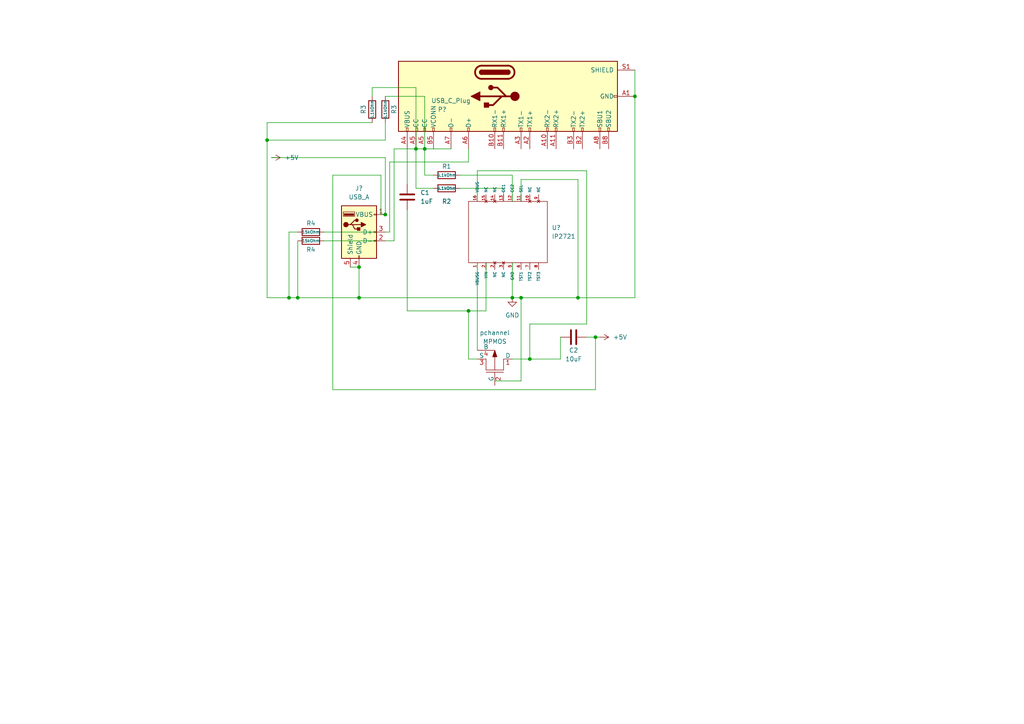
<source format=kicad_sch>
(kicad_sch (version 20211123) (generator eeschema)
  (paper "A4")
  (lib_symbols
    (symbol "Connector:USB_A" (pin_names (offset 1.016))
      (property "Reference" "J" (at -5.08 11.43 0))
      (property "Value" "USB_A" (at -5.08 8.89 0))
      (symbol "USB_A_0_1"
        (rectangle (start -5.08 -7.62) (end 5.08 7.62) (stroke (width 0.254)) (fill (type background)))
        (circle (center -3.81 2.159) (radius 0.635) (stroke (width 0.254)) (fill (type outline)))
        (rectangle (start -1.524 4.826) (end -4.318 5.334) (fill (type outline)))
        (rectangle (start -1.27 4.572) (end -4.572 5.842))
        (circle (center -0.635 3.429) (radius 0.381) (stroke (width 0.254)) (fill (type outline)))
        (rectangle (start -0.127 -7.62) (end 0.127 -6.858))
        (polyline (pts (xy -3.175 2.159) (xy -2.54 2.159) (xy -1.27 3.429) (xy -0.635 3.429)) (stroke (width 0.254)))
        (polyline (pts (xy -2.54 2.159) (xy -1.905 2.159) (xy -1.27 0.889) (xy 0 0.889)) (stroke (width 0.254)))
        (polyline (pts (xy 0.635 2.794) (xy 0.635 1.524) (xy 1.905 2.159) (xy 0.635 2.794)) (stroke (width 0.254)) (fill (type outline)))
        (rectangle (start 0.254 1.27) (end -0.508 0.508) (stroke (width 0.254)) (fill (type outline)))
        (rectangle (start 5.08 -2.667) (end 4.318 -2.413))
        (rectangle (start 5.08 -0.127) (end 4.318 0.127))
        (rectangle (start 5.08 4.953) (end 4.318 5.207))
      )
      (symbol "USB_A_1_1"
        (polyline (pts (xy -1.905 2.159) (xy 0.635 2.159)) (stroke (width 0.254)))
        (pin power_in line (at 7.62 5.08 180) (length 2.54) (name "VBUS") (number "1"))
        (pin bidirectional line (at 7.62 -2.54 180) (length 2.54) (name "D-") (number "2"))
        (pin bidirectional line (at 7.62 0 180) (length 2.54) (name "D+") (number "3"))
        (pin power_in line (at 0 -10.16 90) (length 2.54) (name "GND") (number "4"))
        (pin passive line (at -2.54 -10.16 90) (length 2.54) (name "Shield") (number "5"))
      )
    )
    (symbol "Connector:USB_C_Plug" (pin_names (offset 1.016))
      (property "Reference" "P?" (at 3.81 15.24 90))
      (property "Value" "USB_C_Plug" (at 3.81 12.7 90))
      (symbol "USB_C_Plug_0_0"
        (rectangle (start -0.254 -35.56) (end 0.254 -34.544))
        (rectangle (start 10.16 -32.766) (end 9.144 -33.274))
        (rectangle (start 10.16 -30.226) (end 9.144 -30.734))
        (rectangle (start 10.16 -25.146) (end 9.144 -25.654))
        (rectangle (start 10.16 -22.606) (end 9.144 -23.114))
        (rectangle (start 10.16 -17.526) (end 9.144 -18.034))
        (rectangle (start 10.16 -14.986) (end 9.144 -15.494))
        (rectangle (start 10.16 -9.906) (end 9.144 -10.414))
        (rectangle (start 10.16 -7.366) (end 9.144 -7.874))
        (rectangle (start 10.16 -2.286) (end 9.144 -2.794))
        (rectangle (start 10.16 0.254) (end 9.144 -0.254))
        (rectangle (start 10.16 7.874) (end 9.144 7.366))
        (rectangle (start 10.16 12.954) (end 9.144 12.446))
        (rectangle (start 10.16 18.034) (end 9.144 17.526))
        (rectangle (start 10.16 20.574) (end 9.144 20.066))
        (rectangle (start 10.16 22.86) (end 9.144 22.352))
        (rectangle (start 10.16 25.654) (end 9.144 25.146))
      )
      (symbol "USB_C_Plug_0_1"
        (rectangle (start -10.16 27.94) (end 10.16 -35.56) (stroke (width 0.254)) (fill (type background)))
        (arc (start -8.89 -3.81) (mid -6.985 -5.715) (end -5.08 -3.81) (stroke (width 0.508)))
        (arc (start -7.62 -3.81) (mid -6.985 -4.445) (end -6.35 -3.81) (stroke (width 0.254)))
        (arc (start -7.62 -3.81) (mid -6.985 -4.445) (end -6.35 -3.81) (stroke (width 0.254)) (fill (type outline)))
        (rectangle (start -7.62 -3.81) (end -6.35 3.81) (stroke (width 0.254)) (fill (type outline)))
        (arc (start -6.35 3.81) (mid -6.985 4.445) (end -7.62 3.81) (stroke (width 0.254)))
        (arc (start -6.35 3.81) (mid -6.985 4.445) (end -7.62 3.81) (stroke (width 0.254)) (fill (type outline)))
        (arc (start -5.08 3.81) (mid -6.985 5.715) (end -8.89 3.81) (stroke (width 0.508)))
        (polyline (pts (xy -8.89 -3.81) (xy -8.89 3.81)) (stroke (width 0.508)))
        (polyline (pts (xy -5.08 3.81) (xy -5.08 -3.81)) (stroke (width 0.508)))
      )
      (symbol "USB_C_Plug_1_1"
        (circle (center -2.54 1.143) (radius 0.635) (stroke (width 0.254)) (fill (type outline)))
        (circle (center 0 -5.842) (radius 1.27) (fill (type outline)))
        (polyline (pts (xy 0 -5.842) (xy 0 4.318)) (stroke (width 0.508)))
        (polyline (pts (xy 0 -3.302) (xy -2.54 -0.762) (xy -2.54 0.508)) (stroke (width 0.508)))
        (polyline (pts (xy 0 -2.032) (xy 2.54 0.508) (xy 2.54 1.778)) (stroke (width 0.508)))
        (polyline (pts (xy -1.27 4.318) (xy 0 6.858) (xy 1.27 4.318) (xy -1.27 4.318)) (stroke (width 0.254)) (fill (type outline)))
        (rectangle (start 1.905 1.778) (end 3.175 3.048) (stroke (width 0.254)) (fill (type outline)))
        (pin passive line (at 0 -40.64 90) (length 5.08) (name "GND") (number "A1"))
        (pin bidirectional line (at 15.24 -15.24 180) (length 5.08) (name "RX2-") (number "A10"))
        (pin bidirectional line (at 15.24 -17.78 180) (length 5.08) (name "RX2+") (number "A11"))
        (pin passive line (at 0 -40.64 90) (length 5.08) hide (name "GND") (number "A12"))
        (pin bidirectional line (at 15.24 -10.16 180) (length 5.08) (name "TX1+") (number "A2"))
        (pin bidirectional line (at 15.24 -7.62 180) (length 5.08) (name "TX1-") (number "A3"))
        (pin passive line (at 15.24 25.4 180) (length 5.08) (name "VBUS") (number "A4"))
        (pin bidirectional line (at 15.24 20.32 180) (length 5.08) (name "CC") (number "A5"))
        (pin bidirectional line (at 15.24 22.86 180) (length 5.08) (name "CC") (number "A5"))
        (pin bidirectional line (at 15.24 7.62 180) (length 5.08) (name "D+") (number "A6"))
        (pin bidirectional line (at 15.24 12.7 180) (length 5.08) (name "D-") (number "A7"))
        (pin bidirectional line (at 15.24 -30.48 180) (length 5.08) (name "SBU1") (number "A8"))
        (pin passive line (at 15.24 25.4 180) (length 5.08) hide (name "VBUS") (number "A9"))
        (pin passive line (at 0 -40.64 90) (length 5.08) hide (name "GND") (number "B1"))
        (pin bidirectional line (at 15.24 0 180) (length 5.08) (name "RX1-") (number "B10"))
        (pin bidirectional line (at 15.24 -2.54 180) (length 5.08) (name "RX1+") (number "B11"))
        (pin passive line (at 0 -40.64 90) (length 5.08) hide (name "GND") (number "B12"))
        (pin bidirectional line (at 15.24 -25.4 180) (length 5.08) (name "TX2+") (number "B2"))
        (pin bidirectional line (at 15.24 -22.86 180) (length 5.08) (name "TX2-") (number "B3"))
        (pin passive line (at 15.24 25.4 180) (length 5.08) hide (name "VBUS") (number "B4"))
        (pin bidirectional line (at 15.24 17.78 180) (length 5.08) (name "VCONN") (number "B5"))
        (pin bidirectional line (at 15.24 -33.02 180) (length 5.08) (name "SBU2") (number "B8"))
        (pin passive line (at 15.24 25.4 180) (length 5.08) hide (name "VBUS") (number "B9"))
        (pin passive line (at -7.62 -40.64 90) (length 5.08) (name "SHIELD") (number "S1"))
      )
    )
    (symbol "Device:C" (pin_numbers hide) (pin_names (offset 0.254))
      (property "Reference" "C" (at 0.635 2.54 0))
      (property "Value" "C" (at 0.635 -2.54 0))
      (symbol "C_0_1"
        (polyline (pts (xy -2.032 -0.762) (xy 2.032 -0.762)) (stroke (width 0.508)))
        (polyline (pts (xy -2.032 0.762) (xy 2.032 0.762)) (stroke (width 0.508)))
      )
      (symbol "C_1_1"
        (pin passive line (at 0 3.81 270) (length 2.794) (name "~") (number "1"))
        (pin passive line (at 0 -3.81 90) (length 2.794) (name "~") (number "2"))
      )
    )
    (symbol "Device:R" (pin_numbers hide) (pin_names (offset 0))
      (property "Reference" "R" (at 2.032 0 90))
      (property "Value" "R" (at 0 0 90))
      (symbol "R_0_1"
        (rectangle (start -1.016 -2.54) (end 1.016 2.54) (stroke (width 0.254)))
      )
      (symbol "R_1_1"
        (pin passive line (at 0 3.81 270) (length 1.27) (name "~") (number "1"))
        (pin passive line (at 0 -3.81 90) (length 1.27) (name "~") (number "2"))
      )
    )
    (symbol "power:+5V" (power) (pin_names (offset 0))
      (property "Value" "+5V" (at 0 3.556 0))
      (symbol "+5V_0_1"
        (polyline (pts (xy -0.762 1.27) (xy 0 2.54)))
        (polyline (pts (xy 0 0) (xy 0 2.54)))
        (polyline (pts (xy 0 2.54) (xy 0.762 1.27)))
      )
      (symbol "+5V_1_1"
        (pin power_in line (at 0 0 90) (length 0) hide (name "+5V") (number "1"))
      )
    )
    (symbol "power:GND" (power) (pin_names (offset 0))
      (property "Value" "GND" (at 0 -3.81 0))
      (symbol "GND_0_1"
        (polyline (pts (xy 0 0) (xy 0 -1.27) (xy 1.27 -1.27) (xy 0 -2.54) (xy -1.27 -1.27) (xy 0 -1.27)))
      )
      (symbol "GND_1_1"
        (pin power_in line (at 0 0 270) (length 0) hide (name "GND") (number "1"))
      )
    )
    (symbol "pspice:MPMOS" (pin_names (offset 0))
      (property "Reference" "M" (at 7.62 1.27 0))
      (property "Value" "MPMOS" (at 7.62 -1.27 0))
      (symbol "MPMOS_0_1"
        (polyline (pts (xy -1.27 2.54) (xy -1.27 -2.54)))
        (polyline (pts (xy -0.635 -2.54) (xy 2.54 -2.54)))
        (polyline (pts (xy 2.54 2.54) (xy -0.635 2.54)))
        (polyline (pts (xy 5.08 0) (xy -0.635 0)))
        (polyline (pts (xy 5.08 0) (xy 3.175 0.635) (xy 3.175 -0.635) (xy 5.08 0)) (fill (type outline)))
      )
      (symbol "MPMOS_1_1"
        (polyline (pts (xy -0.635 -2.54) (xy -0.635 2.54)))
        (pin passive line (at 2.54 -5.08 90) (length 2.54) (name "D") (number "1"))
        (pin input line (at -5.08 0 0) (length 3.81) (name "G") (number "2"))
        (pin passive line (at 2.54 5.08 270) (length 2.54) (name "S") (number "3"))
        (pin input line (at 5.08 5.08 270) (length 5.08) (name "B") (number "4"))
      )
    )
    (symbol "usb-c:IP2721"
      (property "Reference" "U" (at 0 0 0))
      (property "Value" "IP2721" (at 0 8.89 0))
      (symbol "IP2721_0_1"
        (rectangle (start -8.89 11.43) (end 8.89 -11.43))
      )
      (symbol "IP2721_1_1"
        (pin input line (at -8.89 8.89 180) (length 2) (name "VBUSG") (number "1"))
        (pin no_connect line (at 8.89 -6.35 0) (length 2) (name "NC") (number "10"))
        (pin input line (at 8.89 -3.81 0) (length 2) (name "SEL") (number "11"))
        (pin input line (at 8.89 -1.27 0) (length 2) (name "CC2") (number "12"))
        (pin input line (at 8.89 1.27 0) (length 2) (name "CC1") (number "13"))
        (pin no_connect line (at 8.89 3.81 0) (length 2) (name "NC") (number "14"))
        (pin no_connect line (at 8.89 6.35 0) (length 2) (name "NC") (number "15"))
        (pin input line (at 8.89 8.89 0) (length 2) (name "VBUS") (number "16"))
        (pin no_connect line (at -8.89 3.81 180) (length 2) (name "NC") (number "2"))
        (pin input line (at -8.89 6.35 180) (length 2) (name "VIN") (number "2"))
        (pin no_connect line (at -8.89 1.27 180) (length 2) (name "NC") (number "3"))
        (pin input line (at -8.89 -1.27 180) (length 2) (name "GND") (number "5"))
        (pin input line (at -8.89 -3.81 180) (length 2) (name "TST1") (number "6"))
        (pin input line (at -8.89 -6.35 180) (length 2) (name "TST2") (number "7"))
        (pin input line (at -8.89 -8.89 180) (length 2) (name "TST3") (number "8"))
        (pin no_connect line (at 8.89 -8.89 0) (length 2) (name "NC") (number "9"))
      )
    )
  )
  (junction (at 86.36 86.36))
  (junction (at 120.65 43.18))
  (junction (at 153.67 104.14))
  (junction (at 104.14 77.47))
  (junction (at 167.64 86.36))
  (junction (at 172.72 97.79))
  (junction (at 135.89 90.17))
  (junction (at 104.14 86.36))
  (junction (at 77.47 40.64))
  (junction (at 148.59 86.36))
  (junction (at 184.15 27.94))
  (junction (at 123.19 43.18))
  (junction (at 83.82 86.36))
  (junction (at 151.13 86.36))
  (junction (at 111.76 62.23))
  (wire (pts (xy 110.49 50.8) (xy 110.49 62.23)))
  (wire (pts (xy 96.52 50.8) (xy 110.49 50.8)))
  (wire (pts (xy 123.19 27.94) (xy 123.19 43.18)))
  (wire (pts (xy 148.59 76.2) (xy 148.59 86.36)))
  (wire (pts (xy 78.74 45.72) (xy 111.76 45.72)))
  (wire (pts (xy 123.19 43.18) (xy 123.19 50.8)))
  (wire (pts (xy 170.18 97.79) (xy 172.72 97.79)))
  (wire (pts (xy 143.51 110.49) (xy 151.13 110.49)))
  (wire (pts (xy 111.76 40.64) (xy 77.47 40.64)))
  (wire (pts (xy 167.64 52.07) (xy 167.64 86.36)))
  (wire (pts (xy 138.43 58.42) (xy 138.43 49.53)))
  (wire (pts (xy 153.67 104.14) (xy 162.56 104.14)))
  (wire (pts (xy 123.19 43.18) (xy 130.81 43.18)))
  (wire (pts (xy 107.95 35.56) (xy 77.47 35.56)))
  (wire (pts (xy 151.13 52.07) (xy 167.64 52.07)))
  (wire (pts (xy 162.56 104.14) (xy 162.56 97.79)))
  (wire (pts (xy 138.43 49.53) (xy 170.18 49.53)))
  (wire (pts (xy 135.89 90.17) (xy 135.89 104.14)))
  (wire (pts (xy 113.03 46.99) (xy 113.03 67.31)))
  (wire (pts (xy 118.11 43.18) (xy 118.11 53.34)))
  (wire (pts (xy 184.15 20.32) (xy 184.15 27.94)))
  (wire (pts (xy 170.18 49.53) (xy 170.18 93.98)))
  (wire (pts (xy 104.14 77.47) (xy 104.14 86.36)))
  (wire (pts (xy 151.13 86.36) (xy 167.64 86.36)))
  (wire (pts (xy 133.35 50.8) (xy 148.59 50.8)))
  (wire (pts (xy 101.6 77.47) (xy 104.14 77.47)))
  (wire (pts (xy 83.82 67.31) (xy 83.82 86.36)))
  (wire (pts (xy 77.47 35.56) (xy 77.47 40.64)))
  (wire (pts (xy 153.67 93.98) (xy 153.67 104.14)))
  (wire (pts (xy 107.95 27.94) (xy 107.95 25.4)))
  (wire (pts (xy 148.59 50.8) (xy 148.59 58.42)))
  (wire (pts (xy 107.95 25.4) (xy 120.65 25.4)))
  (wire (pts (xy 120.65 43.18) (xy 120.65 54.61)))
  (wire (pts (xy 135.89 90.17) (xy 140.97 90.17)))
  (wire (pts (xy 86.36 86.36) (xy 104.14 86.36)))
  (wire (pts (xy 114.3 43.18) (xy 120.65 43.18)))
  (wire (pts (xy 184.15 27.94) (xy 184.15 86.36)))
  (wire (pts (xy 148.59 86.36) (xy 151.13 86.36)))
  (wire (pts (xy 172.72 97.79) (xy 173.99 97.79)))
  (wire (pts (xy 77.47 40.64) (xy 77.47 86.36)))
  (wire (pts (xy 138.43 76.2) (xy 138.43 101.6)))
  (wire (pts (xy 133.35 54.61) (xy 146.05 54.61)))
  (wire (pts (xy 110.49 62.23) (xy 111.76 62.23)))
  (wire (pts (xy 135.89 43.18) (xy 135.89 46.99)))
  (wire (pts (xy 118.11 90.17) (xy 135.89 90.17)))
  (wire (pts (xy 96.52 113.03) (xy 96.52 50.8)))
  (wire (pts (xy 93.98 67.31) (xy 109.22 67.31)))
  (wire (pts (xy 111.76 45.72) (xy 111.76 62.23)))
  (wire (pts (xy 135.89 46.99) (xy 113.03 46.99)))
  (wire (pts (xy 167.64 86.36) (xy 184.15 86.36)))
  (wire (pts (xy 120.65 25.4) (xy 120.65 43.18)))
  (wire (pts (xy 113.03 67.31) (xy 111.76 67.31)))
  (wire (pts (xy 114.3 69.85) (xy 111.76 69.85)))
  (wire (pts (xy 151.13 110.49) (xy 151.13 86.36)))
  (wire (pts (xy 120.65 54.61) (xy 125.73 54.61)))
  (wire (pts (xy 151.13 58.42) (xy 151.13 52.07)))
  (wire (pts (xy 118.11 60.96) (xy 118.11 90.17)))
  (wire (pts (xy 93.98 69.85) (xy 109.22 69.85)))
  (wire (pts (xy 86.36 69.85) (xy 86.36 86.36)))
  (wire (pts (xy 86.36 67.31) (xy 83.82 67.31)))
  (wire (pts (xy 111.76 27.94) (xy 123.19 27.94)))
  (wire (pts (xy 140.97 90.17) (xy 140.97 76.2)))
  (wire (pts (xy 104.14 86.36) (xy 148.59 86.36)))
  (wire (pts (xy 111.76 35.56) (xy 111.76 40.64)))
  (wire (pts (xy 170.18 93.98) (xy 153.67 93.98)))
  (wire (pts (xy 135.89 104.14) (xy 138.43 104.14)))
  (wire (pts (xy 172.72 97.79) (xy 172.72 113.03)))
  (wire (pts (xy 114.3 43.18) (xy 114.3 69.85)))
  (wire (pts (xy 146.05 54.61) (xy 146.05 58.42)))
  (wire (pts (xy 83.82 86.36) (xy 86.36 86.36)))
  (wire (pts (xy 172.72 113.03) (xy 96.52 113.03)))
  (wire (pts (xy 77.47 86.36) (xy 83.82 86.36)))
  (wire (pts (xy 120.65 43.18) (xy 123.19 43.18)))
  (wire (pts (xy 123.19 50.8) (xy 125.73 50.8)))
  (wire (pts (xy 153.67 104.14) (xy 148.59 104.14)))
  (symbol (lib_id "Device:R") (at 90.17 67.31 270) (unit 1)
    (property "Reference" "R4" (at 90.17 64.77 90))
    (property "Value" "15kOhm" (at 90.17 67.31 90) (effects (font (size 0.85 0.85))))
  )
  (symbol (lib_id "Device:C") (at 166.37 97.79 270) (unit 1)
    (property "Reference" "C2" (at 166.37 101.6 90))
    (property "Value" "10uF" (at 166.37 104.14 90))
  )
  (symbol (lib_id "usb-c:IP2721") (at 147.32 67.31 90) (unit 1)
    (property "Reference" "U?" (at 160.02 66.0399 90) (effects (justify right)))
    (property "Value" "IP2721" (at 160.02 68.5799 90) (effects (justify right)))
  )
  (symbol (lib_id "Device:C") (at 118.11 57.15 0) (unit 1)
    (property "Reference" "C1" (at 121.92 55.8799 0) (effects (justify left)))
    (property "Value" "1uF" (at 121.92 58.4199 0) (effects (justify left)))
  )
  (symbol (lib_id "Device:R") (at 129.54 50.8 270) (unit 1)
    (property "Reference" "R1" (at 129.54 48.26 90))
    (property "Value" "5.1kOhm" (at 129.54 50.8 90) (effects (font (size 0.85 0.85))))
  )
  (symbol (lib_id "Device:R") (at 111.76 31.75 0) (unit 1)
    (property "Reference" "R3" (at 114.3 31.75 90))
    (property "Value" "5.1kOhm" (at 111.76 31.75 90) (effects (font (size 0.85 0.85))))
  )
  (symbol (lib_id "Device:R") (at 129.54 54.61 270) (unit 1)
    (property "Reference" "R2" (at 129.54 58.42 90))
    (property "Value" "5.1kOhm" (at 129.54 54.61 90) (effects (font (size 0.85 0.85))))
  )
  (symbol (lib_id "Device:R") (at 107.95 31.75 0) (unit 1)
    (property "Reference" "R3" (at 105.41 31.75 90))
    (property "Value" "5.1kOhm" (at 107.95 31.75 90) (effects (font (size 0.85 0.85))))
  )
  (symbol (lib_id "pspice:MPMOS") (at 143.51 106.68 90) (unit 1)
    (property "Reference" "pchannel" (at 143.51 96.52 90))
    (property "Value" "MPMOS" (at 143.51 99.06 90))
  )
  (symbol (lib_id "Device:R") (at 90.17 69.85 270) (unit 1)
    (property "Reference" "R4" (at 90.17 72.39 90))
    (property "Value" "15kOhm" (at 90.17 69.85 90) (effects (font (size 0.85 0.85))))
  )
  (symbol (lib_id "power:+5V") (at 78.74 45.72 270) (mirror x) (unit 1)
    (property "Reference" "#PWR?" (effects hide))
    (property "Value" "+5V" (at 82.55 45.7199 90) (effects (justify left)))
  )
  (symbol (lib_id "power:GND") (at 148.59 86.36 0) (unit 1)
    (property "Reference" "#PWR?" (effects hide))
    (property "Value" "GND" (at 148.59 91.44 0))
  )
  (symbol (lib_id "Connector:USB_A") (at 104.14 67.31 0) (unit 1)
    (property "Reference" "J?" (at 104.14 54.61 0))
    (property "Value" "USB_A" (at 104.14 57.15 0))
    (property "Datasheet" " ~" (effects hide))
  )
  (symbol (lib_id "Connector:USB_C_Plug") (at 143.51 27.94 90) (mirror x) (unit 1)
    (property "Reference" "P?" (at 128.27 31.75 90))
    (property "Value" "USB_C_Plug" (at 130.81 29.21 90))
    (property "Datasheet" "https://www.usb.org/sites/default/files/documents/usb_type-c.zip" (effects hide))
  )
  (symbol (lib_id "power:+5V") (at 173.99 97.79 270) (mirror x) (unit 1)
    (property "Reference" "#PWR?" (effects hide))
    (property "Value" "+5V" (at 177.8 97.7899 90) (effects (justify left)))
  )
)
</source>
